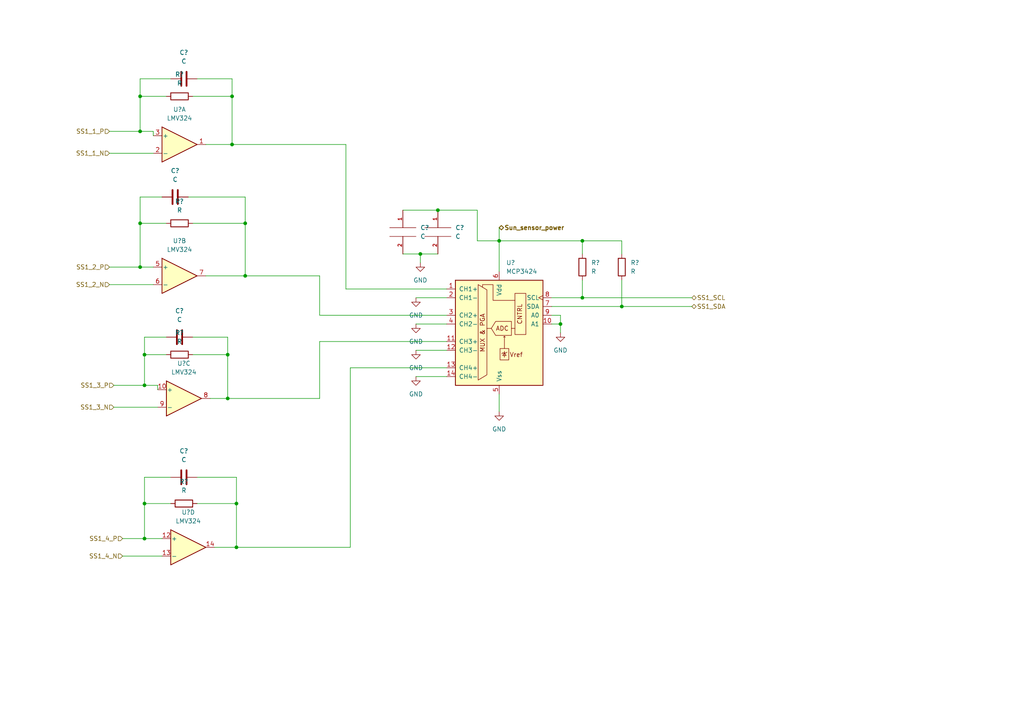
<source format=kicad_sch>
(kicad_sch (version 20211123) (generator eeschema)

  (uuid c536a770-1dde-4fa3-8a89-6d564a018217)

  (paper "A4")

  (lib_symbols
    (symbol "Amplifier_Operational:LMV324" (pin_names (offset 0.127)) (in_bom yes) (on_board yes)
      (property "Reference" "U" (id 0) (at 0 5.08 0)
        (effects (font (size 1.27 1.27)) (justify left))
      )
      (property "Value" "LMV324" (id 1) (at 0 -5.08 0)
        (effects (font (size 1.27 1.27)) (justify left))
      )
      (property "Footprint" "" (id 2) (at -1.27 2.54 0)
        (effects (font (size 1.27 1.27)) hide)
      )
      (property "Datasheet" "http://www.ti.com/lit/ds/symlink/lmv324.pdf" (id 3) (at 1.27 5.08 0)
        (effects (font (size 1.27 1.27)) hide)
      )
      (property "ki_locked" "" (id 4) (at 0 0 0)
        (effects (font (size 1.27 1.27)))
      )
      (property "ki_keywords" "quad opamp" (id 5) (at 0 0 0)
        (effects (font (size 1.27 1.27)) hide)
      )
      (property "ki_description" "Quad Low-Voltage Rail-to-Rail Output Operational Amplifier, SOIC-14/SSOP-14" (id 6) (at 0 0 0)
        (effects (font (size 1.27 1.27)) hide)
      )
      (property "ki_fp_filters" "SOIC*3.9x8.7mm*P1.27mm* DIP*W7.62mm* TSSOP*4.4x5mm*P0.65mm* SSOP*5.3x6.2mm*P0.65mm* MSOP*3x3mm*P0.5mm*" (id 7) (at 0 0 0)
        (effects (font (size 1.27 1.27)) hide)
      )
      (symbol "LMV324_1_1"
        (polyline
          (pts
            (xy -5.08 5.08)
            (xy 5.08 0)
            (xy -5.08 -5.08)
            (xy -5.08 5.08)
          )
          (stroke (width 0.254) (type default) (color 0 0 0 0))
          (fill (type background))
        )
        (pin output line (at 7.62 0 180) (length 2.54)
          (name "~" (effects (font (size 1.27 1.27))))
          (number "1" (effects (font (size 1.27 1.27))))
        )
        (pin input line (at -7.62 -2.54 0) (length 2.54)
          (name "-" (effects (font (size 1.27 1.27))))
          (number "2" (effects (font (size 1.27 1.27))))
        )
        (pin input line (at -7.62 2.54 0) (length 2.54)
          (name "+" (effects (font (size 1.27 1.27))))
          (number "3" (effects (font (size 1.27 1.27))))
        )
      )
      (symbol "LMV324_2_1"
        (polyline
          (pts
            (xy -5.08 5.08)
            (xy 5.08 0)
            (xy -5.08 -5.08)
            (xy -5.08 5.08)
          )
          (stroke (width 0.254) (type default) (color 0 0 0 0))
          (fill (type background))
        )
        (pin input line (at -7.62 2.54 0) (length 2.54)
          (name "+" (effects (font (size 1.27 1.27))))
          (number "5" (effects (font (size 1.27 1.27))))
        )
        (pin input line (at -7.62 -2.54 0) (length 2.54)
          (name "-" (effects (font (size 1.27 1.27))))
          (number "6" (effects (font (size 1.27 1.27))))
        )
        (pin output line (at 7.62 0 180) (length 2.54)
          (name "~" (effects (font (size 1.27 1.27))))
          (number "7" (effects (font (size 1.27 1.27))))
        )
      )
      (symbol "LMV324_3_1"
        (polyline
          (pts
            (xy -5.08 5.08)
            (xy 5.08 0)
            (xy -5.08 -5.08)
            (xy -5.08 5.08)
          )
          (stroke (width 0.254) (type default) (color 0 0 0 0))
          (fill (type background))
        )
        (pin input line (at -7.62 2.54 0) (length 2.54)
          (name "+" (effects (font (size 1.27 1.27))))
          (number "10" (effects (font (size 1.27 1.27))))
        )
        (pin output line (at 7.62 0 180) (length 2.54)
          (name "~" (effects (font (size 1.27 1.27))))
          (number "8" (effects (font (size 1.27 1.27))))
        )
        (pin input line (at -7.62 -2.54 0) (length 2.54)
          (name "-" (effects (font (size 1.27 1.27))))
          (number "9" (effects (font (size 1.27 1.27))))
        )
      )
      (symbol "LMV324_4_1"
        (polyline
          (pts
            (xy -5.08 5.08)
            (xy 5.08 0)
            (xy -5.08 -5.08)
            (xy -5.08 5.08)
          )
          (stroke (width 0.254) (type default) (color 0 0 0 0))
          (fill (type background))
        )
        (pin input line (at -7.62 2.54 0) (length 2.54)
          (name "+" (effects (font (size 1.27 1.27))))
          (number "12" (effects (font (size 1.27 1.27))))
        )
        (pin input line (at -7.62 -2.54 0) (length 2.54)
          (name "-" (effects (font (size 1.27 1.27))))
          (number "13" (effects (font (size 1.27 1.27))))
        )
        (pin output line (at 7.62 0 180) (length 2.54)
          (name "~" (effects (font (size 1.27 1.27))))
          (number "14" (effects (font (size 1.27 1.27))))
        )
      )
      (symbol "LMV324_5_1"
        (pin power_in line (at -2.54 -7.62 90) (length 3.81)
          (name "V-" (effects (font (size 1.27 1.27))))
          (number "11" (effects (font (size 1.27 1.27))))
        )
        (pin power_in line (at -2.54 7.62 270) (length 3.81)
          (name "V+" (effects (font (size 1.27 1.27))))
          (number "4" (effects (font (size 1.27 1.27))))
        )
      )
    )
    (symbol "Analog_ADC:MCP3424" (pin_names (offset 1.016)) (in_bom yes) (on_board yes)
      (property "Reference" "U" (id 0) (at -2.54 11.43 0)
        (effects (font (size 1.27 1.27)) (justify right))
      )
      (property "Value" "MCP3424" (id 1) (at -2.54 8.89 0)
        (effects (font (size 1.27 1.27)) (justify right))
      )
      (property "Footprint" "" (id 2) (at 22.86 -7.62 0)
        (effects (font (size 1.27 1.27)) hide)
      )
      (property "Datasheet" "http://ww1.microchip.com/downloads/en/DeviceDoc/22088c.pdf" (id 3) (at 22.86 -7.62 0)
        (effects (font (size 1.27 1.27)) hide)
      )
      (property "ki_keywords" "18-Bit ADC I2C IIC I²C Delta-Sigma-ADC Delta-Sigma-ADC Reference 4ch" (id 4) (at 0 0 0)
        (effects (font (size 1.27 1.27)) hide)
      )
      (property "ki_description" "4-Channel, 18-Bit, Delta-Sigma AD-Converter, I²C Interface, Reference" (id 5) (at 0 0 0)
        (effects (font (size 1.27 1.27)) hide)
      )
      (property "ki_fp_filters" "SOIC*3.9x8.7mm*P1.27mm* TSSOP*4.4x5mm*P0.65mm*" (id 6) (at 0 0 0)
        (effects (font (size 1.27 1.27)) hide)
      )
      (symbol "MCP3424_0_0"
        (polyline
          (pts
            (xy -6.096 6.35)
            (xy -3.556 4.826)
            (xy -3.556 -19.812)
            (xy -6.096 -21.336)
            (xy -6.096 6.35)
          )
          (stroke (width 0) (type default) (color 0 0 0 0))
          (fill (type none))
        )
        (polyline
          (pts
            (xy 4.572 1.778)
            (xy -1.778 1.778)
            (xy -1.778 6.35)
            (xy -4.826 6.35)
            (xy -4.826 5.588)
          )
          (stroke (width 0) (type default) (color 0 0 0 0))
          (fill (type none))
        )
        (polyline
          (pts
            (xy 3.556 -4.318)
            (xy 3.556 -8.382)
            (xy -1.016 -8.382)
            (xy -2.286 -6.35)
            (xy -1.016 -4.318)
            (xy 3.556 -4.318)
          )
          (stroke (width 0) (type default) (color 0 0 0 0))
          (fill (type none))
        )
        (text "ADC" (at 0.889 -6.35 0)
          (effects (font (size 1.27 1.27)))
        )
        (text "CNTRL" (at 6.731 -5.207 900)
          (effects (font (size 1.27 1.27)) (justify left bottom))
        )
        (text "MUX & PGA" (at -4.826 -7.62 900)
          (effects (font (size 1.27 1.27)))
        )
        (text "Vref" (at 4.953 -13.97 0)
          (effects (font (size 1.27 1.27)))
        )
      )
      (symbol "MCP3424_0_1"
        (polyline
          (pts
            (xy -3.556 -6.35)
            (xy -2.286 -6.35)
          )
          (stroke (width 0) (type default) (color 0 0 0 0))
          (fill (type none))
        )
        (polyline
          (pts
            (xy 1.016 -13.462)
            (xy 0.762 -13.716)
          )
          (stroke (width 0) (type default) (color 0 0 0 0))
          (fill (type none))
        )
        (polyline
          (pts
            (xy 1.524 -12.954)
            (xy 1.524 -14.732)
          )
          (stroke (width 0) (type default) (color 0 0 0 0))
          (fill (type none))
        )
        (polyline
          (pts
            (xy 1.524 -8.636)
            (xy 1.778 -8.89)
          )
          (stroke (width 0) (type default) (color 0 0 0 0))
          (fill (type none))
        )
        (polyline
          (pts
            (xy 3.556 -6.35)
            (xy 4.572 -6.35)
          )
          (stroke (width 0) (type default) (color 0 0 0 0))
          (fill (type none))
        )
        (polyline
          (pts
            (xy 1.016 -13.462)
            (xy 2.032 -13.462)
            (xy 2.286 -13.208)
          )
          (stroke (width 0) (type default) (color 0 0 0 0))
          (fill (type none))
        )
        (polyline
          (pts
            (xy 1.524 -12.192)
            (xy 1.524 -8.636)
            (xy 1.27 -8.89)
          )
          (stroke (width 0) (type default) (color 0 0 0 0))
          (fill (type none))
        )
        (polyline
          (pts
            (xy 1.524 -13.462)
            (xy 1.016 -14.224)
            (xy 2.032 -14.224)
            (xy 1.524 -13.462)
          )
          (stroke (width 0) (type default) (color 0 0 0 0))
          (fill (type none))
        )
        (rectangle (start 0.254 -12.192) (end 2.794 -15.494)
          (stroke (width 0) (type default) (color 0 0 0 0))
          (fill (type none))
        )
        (rectangle (start 4.572 -8.128) (end 7.747 3.81)
          (stroke (width 0) (type default) (color 0 0 0 0))
          (fill (type none))
        )
        (rectangle (start 12.7 7.62) (end -12.7 -22.86)
          (stroke (width 0.254) (type default) (color 0 0 0 0))
          (fill (type background))
        )
      )
      (symbol "MCP3424_1_1"
        (pin input line (at -15.24 5.08 0) (length 2.54)
          (name "CH1+" (effects (font (size 1.27 1.27))))
          (number "1" (effects (font (size 1.27 1.27))))
        )
        (pin input line (at 15.24 -5.08 180) (length 2.54)
          (name "A1" (effects (font (size 1.27 1.27))))
          (number "10" (effects (font (size 1.27 1.27))))
        )
        (pin input line (at -15.24 -10.16 0) (length 2.54)
          (name "CH3+" (effects (font (size 1.27 1.27))))
          (number "11" (effects (font (size 1.27 1.27))))
        )
        (pin input line (at -15.24 -12.7 0) (length 2.54)
          (name "CH3-" (effects (font (size 1.27 1.27))))
          (number "12" (effects (font (size 1.27 1.27))))
        )
        (pin input line (at -15.24 -17.78 0) (length 2.54)
          (name "CH4+" (effects (font (size 1.27 1.27))))
          (number "13" (effects (font (size 1.27 1.27))))
        )
        (pin input line (at -15.24 -20.32 0) (length 2.54)
          (name "CH4-" (effects (font (size 1.27 1.27))))
          (number "14" (effects (font (size 1.27 1.27))))
        )
        (pin input line (at -15.24 2.54 0) (length 2.54)
          (name "CH1-" (effects (font (size 1.27 1.27))))
          (number "2" (effects (font (size 1.27 1.27))))
        )
        (pin input line (at -15.24 -2.54 0) (length 2.54)
          (name "CH2+" (effects (font (size 1.27 1.27))))
          (number "3" (effects (font (size 1.27 1.27))))
        )
        (pin input line (at -15.24 -5.08 0) (length 2.54)
          (name "CH2-" (effects (font (size 1.27 1.27))))
          (number "4" (effects (font (size 1.27 1.27))))
        )
        (pin power_in line (at 0 -25.4 90) (length 2.54)
          (name "Vss" (effects (font (size 1.27 1.27))))
          (number "5" (effects (font (size 1.27 1.27))))
        )
        (pin power_in line (at 0 10.16 270) (length 2.54)
          (name "Vdd" (effects (font (size 1.27 1.27))))
          (number "6" (effects (font (size 1.27 1.27))))
        )
        (pin bidirectional line (at 15.24 0 180) (length 2.54)
          (name "SDA" (effects (font (size 1.27 1.27))))
          (number "7" (effects (font (size 1.27 1.27))))
        )
        (pin input clock (at 15.24 2.54 180) (length 2.54)
          (name "SCL" (effects (font (size 1.27 1.27))))
          (number "8" (effects (font (size 1.27 1.27))))
        )
        (pin input line (at 15.24 -2.54 180) (length 2.54)
          (name "A0" (effects (font (size 1.27 1.27))))
          (number "9" (effects (font (size 1.27 1.27))))
        )
      )
    )
    (symbol "Device:C" (pin_numbers hide) (pin_names (offset 0.254)) (in_bom yes) (on_board yes)
      (property "Reference" "C" (id 0) (at 0.635 2.54 0)
        (effects (font (size 1.27 1.27)) (justify left))
      )
      (property "Value" "C" (id 1) (at 0.635 -2.54 0)
        (effects (font (size 1.27 1.27)) (justify left))
      )
      (property "Footprint" "" (id 2) (at 0.9652 -3.81 0)
        (effects (font (size 1.27 1.27)) hide)
      )
      (property "Datasheet" "~" (id 3) (at 0 0 0)
        (effects (font (size 1.27 1.27)) hide)
      )
      (property "ki_keywords" "cap capacitor" (id 4) (at 0 0 0)
        (effects (font (size 1.27 1.27)) hide)
      )
      (property "ki_description" "Unpolarized capacitor" (id 5) (at 0 0 0)
        (effects (font (size 1.27 1.27)) hide)
      )
      (property "ki_fp_filters" "C_*" (id 6) (at 0 0 0)
        (effects (font (size 1.27 1.27)) hide)
      )
      (symbol "C_0_1"
        (polyline
          (pts
            (xy -2.032 -0.762)
            (xy 2.032 -0.762)
          )
          (stroke (width 0.508) (type default) (color 0 0 0 0))
          (fill (type none))
        )
        (polyline
          (pts
            (xy -2.032 0.762)
            (xy 2.032 0.762)
          )
          (stroke (width 0.508) (type default) (color 0 0 0 0))
          (fill (type none))
        )
      )
      (symbol "C_1_1"
        (pin passive line (at 0 3.81 270) (length 2.794)
          (name "~" (effects (font (size 1.27 1.27))))
          (number "1" (effects (font (size 1.27 1.27))))
        )
        (pin passive line (at 0 -3.81 90) (length 2.794)
          (name "~" (effects (font (size 1.27 1.27))))
          (number "2" (effects (font (size 1.27 1.27))))
        )
      )
    )
    (symbol "Device:R" (pin_numbers hide) (pin_names (offset 0)) (in_bom yes) (on_board yes)
      (property "Reference" "R" (id 0) (at 2.032 0 90)
        (effects (font (size 1.27 1.27)))
      )
      (property "Value" "R" (id 1) (at 0 0 90)
        (effects (font (size 1.27 1.27)))
      )
      (property "Footprint" "" (id 2) (at -1.778 0 90)
        (effects (font (size 1.27 1.27)) hide)
      )
      (property "Datasheet" "~" (id 3) (at 0 0 0)
        (effects (font (size 1.27 1.27)) hide)
      )
      (property "ki_keywords" "R res resistor" (id 4) (at 0 0 0)
        (effects (font (size 1.27 1.27)) hide)
      )
      (property "ki_description" "Resistor" (id 5) (at 0 0 0)
        (effects (font (size 1.27 1.27)) hide)
      )
      (property "ki_fp_filters" "R_*" (id 6) (at 0 0 0)
        (effects (font (size 1.27 1.27)) hide)
      )
      (symbol "R_0_1"
        (rectangle (start -1.016 -2.54) (end 1.016 2.54)
          (stroke (width 0.254) (type default) (color 0 0 0 0))
          (fill (type none))
        )
      )
      (symbol "R_1_1"
        (pin passive line (at 0 3.81 270) (length 1.27)
          (name "~" (effects (font (size 1.27 1.27))))
          (number "1" (effects (font (size 1.27 1.27))))
        )
        (pin passive line (at 0 -3.81 90) (length 1.27)
          (name "~" (effects (font (size 1.27 1.27))))
          (number "2" (effects (font (size 1.27 1.27))))
        )
      )
    )
    (symbol "power:GND" (power) (pin_names (offset 0)) (in_bom yes) (on_board yes)
      (property "Reference" "#PWR" (id 0) (at 0 -6.35 0)
        (effects (font (size 1.27 1.27)) hide)
      )
      (property "Value" "GND" (id 1) (at 0 -3.81 0)
        (effects (font (size 1.27 1.27)))
      )
      (property "Footprint" "" (id 2) (at 0 0 0)
        (effects (font (size 1.27 1.27)) hide)
      )
      (property "Datasheet" "" (id 3) (at 0 0 0)
        (effects (font (size 1.27 1.27)) hide)
      )
      (property "ki_keywords" "global power" (id 4) (at 0 0 0)
        (effects (font (size 1.27 1.27)) hide)
      )
      (property "ki_description" "Power symbol creates a global label with name \"GND\" , ground" (id 5) (at 0 0 0)
        (effects (font (size 1.27 1.27)) hide)
      )
      (symbol "GND_0_1"
        (polyline
          (pts
            (xy 0 0)
            (xy 0 -1.27)
            (xy 1.27 -1.27)
            (xy 0 -2.54)
            (xy -1.27 -1.27)
            (xy 0 -1.27)
          )
          (stroke (width 0) (type default) (color 0 0 0 0))
          (fill (type none))
        )
      )
      (symbol "GND_1_1"
        (pin power_in line (at 0 0 270) (length 0) hide
          (name "GND" (effects (font (size 1.27 1.27))))
          (number "1" (effects (font (size 1.27 1.27))))
        )
      )
    )
    (symbol "pspice:C" (pin_names (offset 0.254)) (in_bom yes) (on_board yes)
      (property "Reference" "C" (id 0) (at 2.54 3.81 90)
        (effects (font (size 1.27 1.27)))
      )
      (property "Value" "C" (id 1) (at 2.54 -3.81 90)
        (effects (font (size 1.27 1.27)))
      )
      (property "Footprint" "" (id 2) (at 0 0 0)
        (effects (font (size 1.27 1.27)) hide)
      )
      (property "Datasheet" "~" (id 3) (at 0 0 0)
        (effects (font (size 1.27 1.27)) hide)
      )
      (property "ki_keywords" "simulation" (id 4) (at 0 0 0)
        (effects (font (size 1.27 1.27)) hide)
      )
      (property "ki_description" "Capacitor symbol for simulation only" (id 5) (at 0 0 0)
        (effects (font (size 1.27 1.27)) hide)
      )
      (symbol "C_0_1"
        (polyline
          (pts
            (xy -3.81 -1.27)
            (xy 3.81 -1.27)
          )
          (stroke (width 0) (type default) (color 0 0 0 0))
          (fill (type none))
        )
        (polyline
          (pts
            (xy -3.81 1.27)
            (xy 3.81 1.27)
          )
          (stroke (width 0) (type default) (color 0 0 0 0))
          (fill (type none))
        )
      )
      (symbol "C_1_1"
        (pin passive line (at 0 6.35 270) (length 5.08)
          (name "~" (effects (font (size 1.016 1.016))))
          (number "1" (effects (font (size 1.016 1.016))))
        )
        (pin passive line (at 0 -6.35 90) (length 5.08)
          (name "~" (effects (font (size 1.016 1.016))))
          (number "2" (effects (font (size 1.016 1.016))))
        )
      )
    )
  )

  (junction (at 41.91 111.76) (diameter 0) (color 0 0 0 0)
    (uuid 00db6c96-af5b-4664-9823-2998ef35fa22)
  )
  (junction (at 127 60.96) (diameter 0) (color 0 0 0 0)
    (uuid 03cfdf6d-c88d-4182-b4f4-c82975f4e3cd)
  )
  (junction (at 40.64 38.1) (diameter 0) (color 0 0 0 0)
    (uuid 07c2651e-5d1b-4674-b28e-0d583482a91f)
  )
  (junction (at 168.91 69.85) (diameter 0) (color 0 0 0 0)
    (uuid 0e19c9fc-5c76-4316-a991-069bbd424515)
  )
  (junction (at 67.31 27.94) (diameter 0) (color 0 0 0 0)
    (uuid 1302e892-afa0-41ef-b97d-d19de3916554)
  )
  (junction (at 40.64 64.77) (diameter 0) (color 0 0 0 0)
    (uuid 16051d4a-2a0f-4108-9eba-99b2fd7ae35c)
  )
  (junction (at 41.91 156.21) (diameter 0) (color 0 0 0 0)
    (uuid 26c6ca14-4b22-47d5-b71a-26e8886425ed)
  )
  (junction (at 68.58 146.05) (diameter 0) (color 0 0 0 0)
    (uuid 2ad640ef-01dd-4133-a38c-698f019ff38a)
  )
  (junction (at 71.12 64.77) (diameter 0) (color 0 0 0 0)
    (uuid 3a09673e-871a-43e3-977d-6f098f44bfd3)
  )
  (junction (at 180.34 88.9) (diameter 0) (color 0 0 0 0)
    (uuid 53399f9a-18ee-4d7b-bc93-25391efd6b64)
  )
  (junction (at 40.64 77.47) (diameter 0) (color 0 0 0 0)
    (uuid 542c91c0-2dac-485d-b7a7-be52ac89d395)
  )
  (junction (at 162.56 93.98) (diameter 0) (color 0 0 0 0)
    (uuid 5a18a7e7-3550-46cf-aeed-1242a56cad5b)
  )
  (junction (at 168.91 86.36) (diameter 0) (color 0 0 0 0)
    (uuid 5cd9a1b7-b92b-4a53-8dd5-90db2dbc17df)
  )
  (junction (at 68.58 158.75) (diameter 0) (color 0 0 0 0)
    (uuid 6102856a-e38d-4dd8-9d92-17e2ae60d31d)
  )
  (junction (at 41.91 146.05) (diameter 0) (color 0 0 0 0)
    (uuid 6b8992ed-37f9-42ff-bfbd-2ef7c34087f9)
  )
  (junction (at 66.04 102.87) (diameter 0) (color 0 0 0 0)
    (uuid 77b2c2af-1549-4a1f-be7e-0ed30ef0afbd)
  )
  (junction (at 40.64 27.94) (diameter 0) (color 0 0 0 0)
    (uuid 81d1fc2c-91f4-4be3-9acc-82b1012a3bb6)
  )
  (junction (at 67.31 41.91) (diameter 0) (color 0 0 0 0)
    (uuid 9a357176-7538-487a-a906-223e9cf88f99)
  )
  (junction (at 121.92 73.66) (diameter 0) (color 0 0 0 0)
    (uuid b176cfd0-6c36-4585-872c-0247d8a7794e)
  )
  (junction (at 41.91 102.87) (diameter 0) (color 0 0 0 0)
    (uuid b50cd4fc-2fa3-4029-a3d0-7f473b4742d8)
  )
  (junction (at 144.78 69.85) (diameter 0) (color 0 0 0 0)
    (uuid b5fe8b63-72b5-416f-b1ae-500835db6167)
  )
  (junction (at 71.12 80.01) (diameter 0) (color 0 0 0 0)
    (uuid eeaf14c1-3291-407d-a94f-2db15afa2ea4)
  )
  (junction (at 66.04 115.57) (diameter 0) (color 0 0 0 0)
    (uuid fbd1316e-fdca-4cb9-918e-00d397ee255c)
  )

  (wire (pts (xy 57.15 138.43) (xy 68.58 138.43))
    (stroke (width 0) (type default) (color 0 0 0 0))
    (uuid 01e07bd0-a34a-427f-9dc3-60ec3319b222)
  )
  (wire (pts (xy 162.56 93.98) (xy 162.56 96.52))
    (stroke (width 0) (type default) (color 0 0 0 0))
    (uuid 03807f45-7ad2-4040-b53c-4ce58796cd3d)
  )
  (wire (pts (xy 162.56 91.44) (xy 162.56 93.98))
    (stroke (width 0) (type default) (color 0 0 0 0))
    (uuid 045de1b6-7ae5-4bd9-9c76-803c645be6a2)
  )
  (wire (pts (xy 120.65 101.6) (xy 129.54 101.6))
    (stroke (width 0) (type default) (color 0 0 0 0))
    (uuid 0485c4dc-b9cc-42fd-8576-a6a807d12d16)
  )
  (wire (pts (xy 180.34 73.66) (xy 180.34 69.85))
    (stroke (width 0) (type default) (color 0 0 0 0))
    (uuid 094f0ee6-8ed6-40ff-98da-05772e1a7156)
  )
  (wire (pts (xy 40.64 22.86) (xy 40.64 27.94))
    (stroke (width 0) (type default) (color 0 0 0 0))
    (uuid 0b50f6ce-033f-4051-b404-c29ab8fa048f)
  )
  (wire (pts (xy 180.34 88.9) (xy 180.34 81.28))
    (stroke (width 0) (type default) (color 0 0 0 0))
    (uuid 109e46b8-a780-4977-874e-3fe8a8c012ae)
  )
  (wire (pts (xy 55.88 97.79) (xy 66.04 97.79))
    (stroke (width 0) (type default) (color 0 0 0 0))
    (uuid 1511a7ca-6888-4573-81ad-4bd191c6388b)
  )
  (wire (pts (xy 59.69 80.01) (xy 71.12 80.01))
    (stroke (width 0) (type default) (color 0 0 0 0))
    (uuid 1575e422-b360-499e-8309-dc387e52965f)
  )
  (wire (pts (xy 48.26 102.87) (xy 41.91 102.87))
    (stroke (width 0) (type default) (color 0 0 0 0))
    (uuid 1be1a282-2d17-4f42-b336-9d33195daed3)
  )
  (wire (pts (xy 41.91 111.76) (xy 45.72 111.76))
    (stroke (width 0) (type default) (color 0 0 0 0))
    (uuid 1e6af95d-3103-4e51-acaf-27a287336ae1)
  )
  (wire (pts (xy 55.88 102.87) (xy 66.04 102.87))
    (stroke (width 0) (type default) (color 0 0 0 0))
    (uuid 1e6e83ea-a4dd-4b4e-bc74-7c16897e9703)
  )
  (wire (pts (xy 45.72 111.76) (xy 45.72 113.03))
    (stroke (width 0) (type default) (color 0 0 0 0))
    (uuid 1f1a1f93-9941-4fbe-a589-d77644d2b71a)
  )
  (wire (pts (xy 41.91 156.21) (xy 46.99 156.21))
    (stroke (width 0) (type default) (color 0 0 0 0))
    (uuid 1fb5b05c-c447-4467-9622-bd296d04e155)
  )
  (wire (pts (xy 35.56 156.21) (xy 41.91 156.21))
    (stroke (width 0) (type default) (color 0 0 0 0))
    (uuid 20ae4ccb-0ae4-4ba2-8862-b258d7f08b90)
  )
  (wire (pts (xy 41.91 97.79) (xy 41.91 102.87))
    (stroke (width 0) (type default) (color 0 0 0 0))
    (uuid 22e22b60-80ee-4b95-95ca-b2682872fef7)
  )
  (wire (pts (xy 40.64 38.1) (xy 44.45 38.1))
    (stroke (width 0) (type default) (color 0 0 0 0))
    (uuid 23117887-7c2a-4df0-934e-d0f7d698b8f7)
  )
  (wire (pts (xy 144.78 69.85) (xy 144.78 78.74))
    (stroke (width 0) (type default) (color 0 0 0 0))
    (uuid 25773703-8e3e-48ae-ab5b-fce0d167fa73)
  )
  (wire (pts (xy 55.88 27.94) (xy 67.31 27.94))
    (stroke (width 0) (type default) (color 0 0 0 0))
    (uuid 26def2ea-9e92-4345-86a0-9a6d3d061610)
  )
  (wire (pts (xy 67.31 41.91) (xy 100.33 41.91))
    (stroke (width 0) (type default) (color 0 0 0 0))
    (uuid 2c7d48be-c667-47c9-808d-93a1af202d48)
  )
  (wire (pts (xy 57.15 22.86) (xy 67.31 22.86))
    (stroke (width 0) (type default) (color 0 0 0 0))
    (uuid 2c92161c-365b-4bc0-b38b-3f0b5fd4f479)
  )
  (wire (pts (xy 67.31 27.94) (xy 67.31 41.91))
    (stroke (width 0) (type default) (color 0 0 0 0))
    (uuid 3391ab7f-ce43-4809-baf9-7f7a84c6d888)
  )
  (wire (pts (xy 116.84 60.96) (xy 127 60.96))
    (stroke (width 0) (type default) (color 0 0 0 0))
    (uuid 34adc12f-7cda-4e6d-b951-78c4ff2956fd)
  )
  (wire (pts (xy 40.64 64.77) (xy 40.64 77.47))
    (stroke (width 0) (type default) (color 0 0 0 0))
    (uuid 351c6da7-7c4a-456a-8e43-99e5718d67ff)
  )
  (wire (pts (xy 33.02 118.11) (xy 45.72 118.11))
    (stroke (width 0) (type default) (color 0 0 0 0))
    (uuid 37aab301-0584-46ce-a51f-fba73365923b)
  )
  (wire (pts (xy 160.02 93.98) (xy 162.56 93.98))
    (stroke (width 0) (type default) (color 0 0 0 0))
    (uuid 4172d360-4572-41fe-ba7b-c486ec578c2e)
  )
  (wire (pts (xy 138.43 60.96) (xy 127 60.96))
    (stroke (width 0) (type default) (color 0 0 0 0))
    (uuid 43793153-d399-4b61-b335-267f4bfe4a30)
  )
  (wire (pts (xy 101.6 106.68) (xy 129.54 106.68))
    (stroke (width 0) (type default) (color 0 0 0 0))
    (uuid 4f218c5e-a571-41e5-a835-b50d1764abc7)
  )
  (wire (pts (xy 48.26 97.79) (xy 41.91 97.79))
    (stroke (width 0) (type default) (color 0 0 0 0))
    (uuid 55438d9f-fb85-488b-8fb6-5bbf9c88ff1a)
  )
  (wire (pts (xy 31.75 38.1) (xy 40.64 38.1))
    (stroke (width 0) (type default) (color 0 0 0 0))
    (uuid 578c635d-7580-4391-81b8-79635aa341dd)
  )
  (wire (pts (xy 120.65 109.22) (xy 129.54 109.22))
    (stroke (width 0) (type default) (color 0 0 0 0))
    (uuid 5a4b59f7-80d7-43ca-b184-19544b22b964)
  )
  (wire (pts (xy 160.02 88.9) (xy 180.34 88.9))
    (stroke (width 0) (type default) (color 0 0 0 0))
    (uuid 64c2fc9e-2fd9-40c0-a63d-70494e1b50c9)
  )
  (wire (pts (xy 116.84 73.66) (xy 121.92 73.66))
    (stroke (width 0) (type default) (color 0 0 0 0))
    (uuid 655ea48c-c64d-4ee9-8fee-52156c378ea4)
  )
  (wire (pts (xy 41.91 138.43) (xy 41.91 146.05))
    (stroke (width 0) (type default) (color 0 0 0 0))
    (uuid 66762514-3d4e-4adf-af0b-002c53218e91)
  )
  (wire (pts (xy 144.78 66.04) (xy 144.78 69.85))
    (stroke (width 0) (type default) (color 0 0 0 0))
    (uuid 669c5ad5-d1cd-4552-8dd7-5a8c3151754a)
  )
  (wire (pts (xy 180.34 69.85) (xy 168.91 69.85))
    (stroke (width 0) (type default) (color 0 0 0 0))
    (uuid 6a7a0978-a33a-4c96-9ede-cc77e774c01b)
  )
  (wire (pts (xy 31.75 77.47) (xy 40.64 77.47))
    (stroke (width 0) (type default) (color 0 0 0 0))
    (uuid 6f11d2aa-ca19-4be7-b337-5b218e379172)
  )
  (wire (pts (xy 121.92 73.66) (xy 127 73.66))
    (stroke (width 0) (type default) (color 0 0 0 0))
    (uuid 6f32cab0-1481-4773-8f8e-0af9bea5018d)
  )
  (wire (pts (xy 49.53 146.05) (xy 41.91 146.05))
    (stroke (width 0) (type default) (color 0 0 0 0))
    (uuid 724d5fc0-331c-46f5-89d4-2e1955ec3eb1)
  )
  (wire (pts (xy 49.53 138.43) (xy 41.91 138.43))
    (stroke (width 0) (type default) (color 0 0 0 0))
    (uuid 73594591-8d6e-40d2-9236-a4a4a4796cc8)
  )
  (wire (pts (xy 66.04 97.79) (xy 66.04 102.87))
    (stroke (width 0) (type default) (color 0 0 0 0))
    (uuid 75194696-4f79-4e77-8123-b4ef47448a4d)
  )
  (wire (pts (xy 60.96 115.57) (xy 66.04 115.57))
    (stroke (width 0) (type default) (color 0 0 0 0))
    (uuid 7654af55-0ac5-48d6-84e2-6f977b6b25a1)
  )
  (wire (pts (xy 31.75 44.45) (xy 44.45 44.45))
    (stroke (width 0) (type default) (color 0 0 0 0))
    (uuid 7987bae8-4a6e-4689-a6fc-76aad6a49389)
  )
  (wire (pts (xy 31.75 82.55) (xy 44.45 82.55))
    (stroke (width 0) (type default) (color 0 0 0 0))
    (uuid 79def4cc-560e-4a43-9ce9-bca6271903d7)
  )
  (wire (pts (xy 68.58 146.05) (xy 68.58 158.75))
    (stroke (width 0) (type default) (color 0 0 0 0))
    (uuid 7bf54284-2b61-44c0-9769-2fe9bf35dad5)
  )
  (wire (pts (xy 160.02 91.44) (xy 162.56 91.44))
    (stroke (width 0) (type default) (color 0 0 0 0))
    (uuid 7ea27ab7-7213-4258-a6a7-17d94b9b4232)
  )
  (wire (pts (xy 68.58 138.43) (xy 68.58 146.05))
    (stroke (width 0) (type default) (color 0 0 0 0))
    (uuid 85603aaf-b933-4320-aca8-cb15e6b0286f)
  )
  (wire (pts (xy 71.12 64.77) (xy 71.12 80.01))
    (stroke (width 0) (type default) (color 0 0 0 0))
    (uuid 88ccf1a4-308d-495e-a3da-00da04452c74)
  )
  (wire (pts (xy 92.71 91.44) (xy 129.54 91.44))
    (stroke (width 0) (type default) (color 0 0 0 0))
    (uuid 8a66bf27-93b2-49bb-8603-4ad5702d343a)
  )
  (wire (pts (xy 168.91 86.36) (xy 168.91 81.28))
    (stroke (width 0) (type default) (color 0 0 0 0))
    (uuid 8be870b7-2f92-462e-b2ad-b93c5bf696db)
  )
  (wire (pts (xy 144.78 69.85) (xy 138.43 69.85))
    (stroke (width 0) (type default) (color 0 0 0 0))
    (uuid 8d592466-b010-4470-9258-ab51e0645393)
  )
  (wire (pts (xy 48.26 27.94) (xy 40.64 27.94))
    (stroke (width 0) (type default) (color 0 0 0 0))
    (uuid 8fdb9c17-e708-4f77-b4ea-1e814e1c64f6)
  )
  (wire (pts (xy 54.61 57.15) (xy 71.12 57.15))
    (stroke (width 0) (type default) (color 0 0 0 0))
    (uuid 9054a2de-df70-4d80-b52c-9c0ec4fa67a1)
  )
  (wire (pts (xy 180.34 88.9) (xy 200.66 88.9))
    (stroke (width 0) (type default) (color 0 0 0 0))
    (uuid 9274c545-2116-4169-a9d3-96e0557006be)
  )
  (wire (pts (xy 67.31 22.86) (xy 67.31 27.94))
    (stroke (width 0) (type default) (color 0 0 0 0))
    (uuid 954cbe2d-2089-402b-9e3d-a92f21167b61)
  )
  (wire (pts (xy 121.92 73.66) (xy 121.92 76.2))
    (stroke (width 0) (type default) (color 0 0 0 0))
    (uuid 9ca263e2-eb7b-4d01-ac4e-0b586632b97e)
  )
  (wire (pts (xy 33.02 111.76) (xy 41.91 111.76))
    (stroke (width 0) (type default) (color 0 0 0 0))
    (uuid a0df806b-988f-48cd-bdc6-c81636dc7555)
  )
  (wire (pts (xy 144.78 114.3) (xy 144.78 119.38))
    (stroke (width 0) (type default) (color 0 0 0 0))
    (uuid a9fb3b8b-5e0e-4866-97a3-1e50496dafd9)
  )
  (wire (pts (xy 40.64 27.94) (xy 40.64 38.1))
    (stroke (width 0) (type default) (color 0 0 0 0))
    (uuid aa65b1af-ee0d-43e4-9cb9-0e12c9209f11)
  )
  (wire (pts (xy 49.53 22.86) (xy 40.64 22.86))
    (stroke (width 0) (type default) (color 0 0 0 0))
    (uuid ab35fec2-2694-422e-8c93-ef9428dab603)
  )
  (wire (pts (xy 101.6 158.75) (xy 101.6 106.68))
    (stroke (width 0) (type default) (color 0 0 0 0))
    (uuid aef5b16f-5c94-417b-908a-80d542571c36)
  )
  (wire (pts (xy 35.56 161.29) (xy 46.99 161.29))
    (stroke (width 0) (type default) (color 0 0 0 0))
    (uuid af41e966-9923-4410-9202-9950defb3947)
  )
  (wire (pts (xy 92.71 115.57) (xy 92.71 99.06))
    (stroke (width 0) (type default) (color 0 0 0 0))
    (uuid b1465f0c-1f5c-490f-8430-553f4dbcffb9)
  )
  (wire (pts (xy 48.26 64.77) (xy 40.64 64.77))
    (stroke (width 0) (type default) (color 0 0 0 0))
    (uuid ba439de0-061b-4b7a-99f2-e5c9ffa4a342)
  )
  (wire (pts (xy 59.69 41.91) (xy 67.31 41.91))
    (stroke (width 0) (type default) (color 0 0 0 0))
    (uuid bb03b658-60cd-4d9e-a268-f2e64640ae20)
  )
  (wire (pts (xy 40.64 77.47) (xy 44.45 77.47))
    (stroke (width 0) (type default) (color 0 0 0 0))
    (uuid bb4d7ec0-0d77-423e-b9a4-fcb96b4f6458)
  )
  (wire (pts (xy 92.71 80.01) (xy 92.71 91.44))
    (stroke (width 0) (type default) (color 0 0 0 0))
    (uuid be761fe0-15c6-4530-8c3b-af6550415c63)
  )
  (wire (pts (xy 160.02 86.36) (xy 168.91 86.36))
    (stroke (width 0) (type default) (color 0 0 0 0))
    (uuid c3512a81-126e-4054-9fb3-fb58a4ef1cc0)
  )
  (wire (pts (xy 41.91 146.05) (xy 41.91 156.21))
    (stroke (width 0) (type default) (color 0 0 0 0))
    (uuid c3da6720-6015-4443-91cd-1a4e8728f3cb)
  )
  (wire (pts (xy 168.91 73.66) (xy 168.91 69.85))
    (stroke (width 0) (type default) (color 0 0 0 0))
    (uuid c494f106-531c-400e-a5c3-01cc970b8ec1)
  )
  (wire (pts (xy 120.65 86.36) (xy 129.54 86.36))
    (stroke (width 0) (type default) (color 0 0 0 0))
    (uuid c648a796-6adf-4102-b5fc-715309026703)
  )
  (wire (pts (xy 41.91 102.87) (xy 41.91 111.76))
    (stroke (width 0) (type default) (color 0 0 0 0))
    (uuid ca57bfa5-94b2-4a31-b1ed-6c66675ffc3a)
  )
  (wire (pts (xy 66.04 102.87) (xy 66.04 115.57))
    (stroke (width 0) (type default) (color 0 0 0 0))
    (uuid cb544a83-d8a0-46d8-b604-1937a76c2f64)
  )
  (wire (pts (xy 71.12 57.15) (xy 71.12 64.77))
    (stroke (width 0) (type default) (color 0 0 0 0))
    (uuid d2a0d5c2-5a6b-4252-b2d1-375b337298f0)
  )
  (wire (pts (xy 57.15 146.05) (xy 68.58 146.05))
    (stroke (width 0) (type default) (color 0 0 0 0))
    (uuid d3afa40d-28df-4849-8b50-aa374943e167)
  )
  (wire (pts (xy 62.23 158.75) (xy 68.58 158.75))
    (stroke (width 0) (type default) (color 0 0 0 0))
    (uuid d3cd7b36-22de-48a6-8d0c-1c6b686725e1)
  )
  (wire (pts (xy 168.91 86.36) (xy 200.66 86.36))
    (stroke (width 0) (type default) (color 0 0 0 0))
    (uuid d5f41400-4034-4042-9639-d75b2074f890)
  )
  (wire (pts (xy 44.45 38.1) (xy 44.45 39.37))
    (stroke (width 0) (type default) (color 0 0 0 0))
    (uuid d61a92c9-93ee-4ad1-84f9-4d0f49c7c555)
  )
  (wire (pts (xy 120.65 93.98) (xy 129.54 93.98))
    (stroke (width 0) (type default) (color 0 0 0 0))
    (uuid d80787d1-1c51-4ee2-96b7-90708a786dce)
  )
  (wire (pts (xy 71.12 80.01) (xy 92.71 80.01))
    (stroke (width 0) (type default) (color 0 0 0 0))
    (uuid d85251d9-7d20-458c-ab96-d61409ca5978)
  )
  (wire (pts (xy 138.43 69.85) (xy 138.43 60.96))
    (stroke (width 0) (type default) (color 0 0 0 0))
    (uuid dd11909e-85de-460a-adf5-e6804949b9cc)
  )
  (wire (pts (xy 168.91 69.85) (xy 144.78 69.85))
    (stroke (width 0) (type default) (color 0 0 0 0))
    (uuid dd334dbb-f5b5-43e3-980e-9d4b2deb1f96)
  )
  (wire (pts (xy 100.33 83.82) (xy 129.54 83.82))
    (stroke (width 0) (type default) (color 0 0 0 0))
    (uuid dd59c9e8-11e5-4e22-b2aa-c34a4eb93c30)
  )
  (wire (pts (xy 68.58 158.75) (xy 101.6 158.75))
    (stroke (width 0) (type default) (color 0 0 0 0))
    (uuid e670220b-2ef4-42e9-84f8-075b4fe477a9)
  )
  (wire (pts (xy 100.33 41.91) (xy 100.33 83.82))
    (stroke (width 0) (type default) (color 0 0 0 0))
    (uuid e8be947c-5480-4603-a470-99d7177d0d47)
  )
  (wire (pts (xy 92.71 99.06) (xy 129.54 99.06))
    (stroke (width 0) (type default) (color 0 0 0 0))
    (uuid eb50525d-2651-434d-9d8e-3775f0b1d31e)
  )
  (wire (pts (xy 66.04 115.57) (xy 92.71 115.57))
    (stroke (width 0) (type default) (color 0 0 0 0))
    (uuid eb8ca2c2-e3f6-4c43-9d48-a59353c503e0)
  )
  (wire (pts (xy 55.88 64.77) (xy 71.12 64.77))
    (stroke (width 0) (type default) (color 0 0 0 0))
    (uuid f028f739-26cd-4233-82d0-2d5d40efd0dc)
  )
  (wire (pts (xy 46.99 57.15) (xy 40.64 57.15))
    (stroke (width 0) (type default) (color 0 0 0 0))
    (uuid fc02655a-777e-4730-8345-cc73328d1bc8)
  )
  (wire (pts (xy 40.64 57.15) (xy 40.64 64.77))
    (stroke (width 0) (type default) (color 0 0 0 0))
    (uuid fec46558-ea3b-42ba-bf21-71d5dd6170b3)
  )

  (hierarchical_label "SS1_2_P" (shape input) (at 31.75 77.47 180)
    (effects (font (size 1.27 1.27)) (justify right))
    (uuid 1e2ab7cd-7680-48e0-b206-39bb3dc246eb)
  )
  (hierarchical_label "SS1_3_P" (shape input) (at 33.02 111.76 180)
    (effects (font (size 1.27 1.27)) (justify right))
    (uuid 31991a8f-be42-4b7f-8b0a-8e65d06fd415)
  )
  (hierarchical_label "SS1_1_N" (shape input) (at 31.75 44.45 180)
    (effects (font (size 1.27 1.27)) (justify right))
    (uuid 3386e984-c481-44cb-a606-36c079380a4f)
  )
  (hierarchical_label "SS1_SDA" (shape bidirectional) (at 200.66 88.9 0)
    (effects (font (size 1.27 1.27)) (justify left))
    (uuid 7c4e3dfb-2338-4c9a-ac89-18d20fc69ae6)
  )
  (hierarchical_label "SS1_3_N" (shape input) (at 33.02 118.11 180)
    (effects (font (size 1.27 1.27)) (justify right))
    (uuid 9b95163c-a6de-4408-9b05-cb553a257609)
  )
  (hierarchical_label "SS1_SCL" (shape bidirectional) (at 200.66 86.36 0)
    (effects (font (size 1.27 1.27)) (justify left))
    (uuid a05f1da4-eb38-4c2e-8b73-9bb9a4b7df50)
  )
  (hierarchical_label "Sun_sensor_power" (shape bidirectional) (at 144.78 66.04 0)
    (effects (font (size 1.27 1.27) (thickness 0.254) bold) (justify left))
    (uuid b23154e6-3cea-4d54-a803-820edd7c8c7f)
  )
  (hierarchical_label "SS1_4_P" (shape input) (at 35.56 156.21 180)
    (effects (font (size 1.27 1.27)) (justify right))
    (uuid cba5b815-6fdc-4763-9456-0658c79048a2)
  )
  (hierarchical_label "SS1_1_P" (shape input) (at 31.75 38.1 180)
    (effects (font (size 1.27 1.27)) (justify right))
    (uuid d5ba38e1-e2ce-4693-8f94-d82ec6ef6f96)
  )
  (hierarchical_label "SS1_2_N" (shape input) (at 31.75 82.55 180)
    (effects (font (size 1.27 1.27)) (justify right))
    (uuid e1981a90-a5ba-4f3c-9608-803572d04a25)
  )
  (hierarchical_label "SS1_4_N" (shape input) (at 35.56 161.29 180)
    (effects (font (size 1.27 1.27)) (justify right))
    (uuid f025e341-68ea-45be-837d-3ac46a002d14)
  )

  (symbol (lib_id "Amplifier_Operational:LMV324") (at 53.34 115.57 0) (unit 3)
    (in_bom yes) (on_board yes) (fields_autoplaced)
    (uuid 02c3318c-caed-422b-b868-d9dab05e5385)
    (property "Reference" "U?" (id 0) (at 53.34 105.41 0))
    (property "Value" "LMV324" (id 1) (at 53.34 107.95 0))
    (property "Footprint" "" (id 2) (at 52.07 113.03 0)
      (effects (font (size 1.27 1.27)) hide)
    )
    (property "Datasheet" "http://www.ti.com/lit/ds/symlink/lmv324.pdf" (id 3) (at 54.61 110.49 0)
      (effects (font (size 1.27 1.27)) hide)
    )
    (pin "1" (uuid 01b7a888-5d74-412d-b14e-fc509e37acd7))
    (pin "2" (uuid 96369faa-a410-4d37-8d7c-468fe66359bd))
    (pin "3" (uuid f32e76a5-aac6-43b2-b151-e788361097bd))
    (pin "5" (uuid efa64889-4227-4f82-bedd-7f75820dc214))
    (pin "6" (uuid 59f7f16a-f811-4fea-bc12-74585d054dc5))
    (pin "7" (uuid 0a0a13bb-4750-4e54-a97f-47dbe471bfe4))
    (pin "10" (uuid c3ce02d5-a4cc-427e-bd94-08a8f55e0d4b))
    (pin "8" (uuid a4aa5ae2-2b60-44f5-ac31-2a9a45d360c5))
    (pin "9" (uuid 8b4d0d04-a33b-4aaa-8abf-46be23ea6d2f))
    (pin "12" (uuid 61532fde-1cbc-43e1-9678-182196a5e8f8))
    (pin "13" (uuid 55d926fa-fc85-4b00-9c9a-a6b50d215bb5))
    (pin "14" (uuid 5f50d8a8-bec8-4267-8b74-41bcd9dd2b63))
    (pin "11" (uuid 62680ee9-6ff2-4a0e-8bdf-d7310780fdc3))
    (pin "4" (uuid 1dcbf29d-1405-4285-99cd-fb1de22ebecd))
  )

  (symbol (lib_id "Device:R") (at 53.34 146.05 90) (unit 1)
    (in_bom yes) (on_board yes) (fields_autoplaced)
    (uuid 09866be3-b771-4e06-9f80-24e6351d801f)
    (property "Reference" "R?" (id 0) (at 53.34 139.7 90))
    (property "Value" "R" (id 1) (at 53.34 142.24 90))
    (property "Footprint" "" (id 2) (at 53.34 147.828 90)
      (effects (font (size 1.27 1.27)) hide)
    )
    (property "Datasheet" "~" (id 3) (at 53.34 146.05 0)
      (effects (font (size 1.27 1.27)) hide)
    )
    (pin "1" (uuid 09e66826-e6bd-41b7-8e4d-de5219885e24))
    (pin "2" (uuid 7bb32a87-f60c-4ef3-ad75-e5c4ad022798))
  )

  (symbol (lib_id "Device:C") (at 50.8 57.15 90) (unit 1)
    (in_bom yes) (on_board yes) (fields_autoplaced)
    (uuid 0bd8179e-d3a7-450b-9680-10bc20333f19)
    (property "Reference" "C?" (id 0) (at 50.8 49.53 90))
    (property "Value" "C" (id 1) (at 50.8 52.07 90))
    (property "Footprint" "" (id 2) (at 54.61 56.1848 0)
      (effects (font (size 1.27 1.27)) hide)
    )
    (property "Datasheet" "~" (id 3) (at 50.8 57.15 0)
      (effects (font (size 1.27 1.27)) hide)
    )
    (pin "1" (uuid 1797fd94-3fe7-452a-8513-c0505763f04a))
    (pin "2" (uuid 0d1e9d05-c8a6-4cad-b11e-1b60ff255978))
  )

  (symbol (lib_id "Device:C") (at 53.34 22.86 90) (unit 1)
    (in_bom yes) (on_board yes) (fields_autoplaced)
    (uuid 18d1f5e2-b412-4ef6-bb51-9d265237dd96)
    (property "Reference" "C?" (id 0) (at 53.34 15.24 90))
    (property "Value" "C" (id 1) (at 53.34 17.78 90))
    (property "Footprint" "" (id 2) (at 57.15 21.8948 0)
      (effects (font (size 1.27 1.27)) hide)
    )
    (property "Datasheet" "~" (id 3) (at 53.34 22.86 0)
      (effects (font (size 1.27 1.27)) hide)
    )
    (pin "1" (uuid 298a2627-c79c-4845-8b81-c3135070a242))
    (pin "2" (uuid 1867a061-ebce-4cbe-bfd8-7006aa804ebb))
  )

  (symbol (lib_id "Amplifier_Operational:LMV324") (at 52.07 41.91 0) (unit 1)
    (in_bom yes) (on_board yes) (fields_autoplaced)
    (uuid 2aa5f8b1-61ea-48f2-bdd6-6ba7c337158e)
    (property "Reference" "U?" (id 0) (at 52.07 31.75 0))
    (property "Value" "LMV324" (id 1) (at 52.07 34.29 0))
    (property "Footprint" "" (id 2) (at 50.8 39.37 0)
      (effects (font (size 1.27 1.27)) hide)
    )
    (property "Datasheet" "http://www.ti.com/lit/ds/symlink/lmv324.pdf" (id 3) (at 53.34 36.83 0)
      (effects (font (size 1.27 1.27)) hide)
    )
    (pin "1" (uuid c19882bc-5c06-418f-bc19-2bcc3ce374c2))
    (pin "2" (uuid 205cf1b1-482b-450e-8711-badfda1c86c1))
    (pin "3" (uuid 9bd62ab1-7516-4366-a7ff-1fdef1061c6a))
    (pin "5" (uuid 1abe8fc5-8a91-4a1c-92c0-f7519182960e))
    (pin "6" (uuid a7f6c99e-d862-4373-ae4c-3950ea01b606))
    (pin "7" (uuid 22e48854-1115-4d9d-90d6-ca66d3f06d8a))
    (pin "10" (uuid b375af49-398a-4a75-8483-77d32997f4d0))
    (pin "8" (uuid d787d273-8ae4-4c4c-92c2-c79e7cf25050))
    (pin "9" (uuid 2e354e5a-d34d-46be-bb99-7e7f73af254a))
    (pin "12" (uuid 2a252acd-2330-4458-92e4-a4d3f264ac81))
    (pin "13" (uuid 6307b6e6-4110-4ef0-8ea8-b22ec9b6744c))
    (pin "14" (uuid 268d5d1c-0e78-42d6-8d80-aae72c609cfa))
    (pin "11" (uuid a9f54a5f-315f-4a0b-90a1-cc6483fada3d))
    (pin "4" (uuid 7e6b3a59-eb99-420b-89aa-287b24f0d38d))
  )

  (symbol (lib_id "power:GND") (at 162.56 96.52 0) (unit 1)
    (in_bom yes) (on_board yes) (fields_autoplaced)
    (uuid 3be5167e-6dab-4a08-be26-edfe4b50f487)
    (property "Reference" "#PWR?" (id 0) (at 162.56 102.87 0)
      (effects (font (size 1.27 1.27)) hide)
    )
    (property "Value" "GND" (id 1) (at 162.56 101.6 0))
    (property "Footprint" "" (id 2) (at 162.56 96.52 0)
      (effects (font (size 1.27 1.27)) hide)
    )
    (property "Datasheet" "" (id 3) (at 162.56 96.52 0)
      (effects (font (size 1.27 1.27)) hide)
    )
    (pin "1" (uuid bd2528d2-b34b-4d54-b777-8a3a7d972aea))
  )

  (symbol (lib_id "Amplifier_Operational:LMV324") (at 54.61 158.75 0) (unit 4)
    (in_bom yes) (on_board yes) (fields_autoplaced)
    (uuid 47717394-4508-4ae4-ad1a-24b7d0086e80)
    (property "Reference" "U?" (id 0) (at 54.61 148.59 0))
    (property "Value" "LMV324" (id 1) (at 54.61 151.13 0))
    (property "Footprint" "" (id 2) (at 53.34 156.21 0)
      (effects (font (size 1.27 1.27)) hide)
    )
    (property "Datasheet" "http://www.ti.com/lit/ds/symlink/lmv324.pdf" (id 3) (at 55.88 153.67 0)
      (effects (font (size 1.27 1.27)) hide)
    )
    (pin "1" (uuid 8c334449-1f78-4414-9b39-a32fc17fef24))
    (pin "2" (uuid 85e5d20f-8df6-48f4-95f1-f9fb9928b50b))
    (pin "3" (uuid fad53c1c-8800-4172-8cc4-fa1071d385ea))
    (pin "5" (uuid 6ca7417a-add7-4a5a-abaf-3da512678c15))
    (pin "6" (uuid 36e47ef2-0254-4136-bf65-e8d8ea52e22d))
    (pin "7" (uuid 90baa98a-e4b4-47a5-945f-986f47c39c60))
    (pin "10" (uuid 6d39d861-647a-46c1-837d-129e40bde485))
    (pin "8" (uuid a60f31e9-ac42-49c9-b88e-ba8552b52740))
    (pin "9" (uuid 90dc396a-7f8c-409f-bb77-472d0c7cb929))
    (pin "12" (uuid 6f0eda7c-ffc0-41c1-9a5e-6f8126df834d))
    (pin "13" (uuid 30cc137b-5c76-42bf-b552-2b7060d8da92))
    (pin "14" (uuid 189c9630-c589-41ff-83d0-4439aece2d93))
    (pin "11" (uuid cc9525c0-2f93-41f8-a849-16ee83db01b6))
    (pin "4" (uuid 372ff85d-286c-45c9-b5bc-58cb28fc5b2e))
  )

  (symbol (lib_id "power:GND") (at 144.78 119.38 0) (unit 1)
    (in_bom yes) (on_board yes) (fields_autoplaced)
    (uuid 4af48a23-0b56-4487-93bd-18c3639cc82e)
    (property "Reference" "#PWR?" (id 0) (at 144.78 125.73 0)
      (effects (font (size 1.27 1.27)) hide)
    )
    (property "Value" "GND" (id 1) (at 144.78 124.46 0))
    (property "Footprint" "" (id 2) (at 144.78 119.38 0)
      (effects (font (size 1.27 1.27)) hide)
    )
    (property "Datasheet" "" (id 3) (at 144.78 119.38 0)
      (effects (font (size 1.27 1.27)) hide)
    )
    (pin "1" (uuid 1079848d-583f-4636-8e9e-70c250bfaddb))
  )

  (symbol (lib_id "Amplifier_Operational:LMV324") (at 52.07 80.01 0) (unit 2)
    (in_bom yes) (on_board yes) (fields_autoplaced)
    (uuid 4bfeb0fb-33db-4b21-b495-ce17db26a772)
    (property "Reference" "U?" (id 0) (at 52.07 69.85 0))
    (property "Value" "LMV324" (id 1) (at 52.07 72.39 0))
    (property "Footprint" "" (id 2) (at 50.8 77.47 0)
      (effects (font (size 1.27 1.27)) hide)
    )
    (property "Datasheet" "http://www.ti.com/lit/ds/symlink/lmv324.pdf" (id 3) (at 53.34 74.93 0)
      (effects (font (size 1.27 1.27)) hide)
    )
    (pin "1" (uuid 8a99e834-ba7c-4a35-b606-2ccecc8c7df1))
    (pin "2" (uuid 8a2a3f0b-a77b-464b-a856-f7051f9a59b9))
    (pin "3" (uuid 375c0250-fac9-490b-a59e-55cbee3b6b13))
    (pin "5" (uuid 3e42fd4f-d287-45aa-8cce-e2fda4d0d574))
    (pin "6" (uuid 20bece5e-5acc-4a47-8065-44c01aa590b2))
    (pin "7" (uuid 102dffcc-de81-4fc2-abf5-c24a74fafc53))
    (pin "10" (uuid c00ef0cb-6ce1-49b4-a06a-4b6b3995396f))
    (pin "8" (uuid f2411247-e16a-4249-a3f7-3e53184b71d6))
    (pin "9" (uuid 3d69c3fc-1cf0-4b29-b540-371f159191f3))
    (pin "12" (uuid 8979c049-8316-46fa-9637-0e940253b935))
    (pin "13" (uuid 50f89a1f-9199-453c-9ccf-95320e99450b))
    (pin "14" (uuid 284b579e-2d1c-4c2e-8980-07ebc45b682b))
    (pin "11" (uuid ab554b52-f798-4b1f-b5cc-13c2cbed0f13))
    (pin "4" (uuid bb83625f-4fdc-4822-b74f-fff191ac1bf7))
  )

  (symbol (lib_id "power:GND") (at 120.65 93.98 0) (unit 1)
    (in_bom yes) (on_board yes) (fields_autoplaced)
    (uuid 6ccb7a6c-95ca-472f-8c08-9260783c14b9)
    (property "Reference" "#PWR?" (id 0) (at 120.65 100.33 0)
      (effects (font (size 1.27 1.27)) hide)
    )
    (property "Value" "GND" (id 1) (at 120.65 99.06 0))
    (property "Footprint" "" (id 2) (at 120.65 93.98 0)
      (effects (font (size 1.27 1.27)) hide)
    )
    (property "Datasheet" "" (id 3) (at 120.65 93.98 0)
      (effects (font (size 1.27 1.27)) hide)
    )
    (pin "1" (uuid c6cee0d4-18da-4b65-8fef-c3d6a8e6f255))
  )

  (symbol (lib_id "Device:R") (at 180.34 77.47 0) (unit 1)
    (in_bom yes) (on_board yes) (fields_autoplaced)
    (uuid 84f496ee-1f81-4679-b67c-5345ced46435)
    (property "Reference" "R?" (id 0) (at 182.88 76.1999 0)
      (effects (font (size 1.27 1.27)) (justify left))
    )
    (property "Value" "R" (id 1) (at 182.88 78.7399 0)
      (effects (font (size 1.27 1.27)) (justify left))
    )
    (property "Footprint" "" (id 2) (at 178.562 77.47 90)
      (effects (font (size 1.27 1.27)) hide)
    )
    (property "Datasheet" "~" (id 3) (at 180.34 77.47 0)
      (effects (font (size 1.27 1.27)) hide)
    )
    (pin "1" (uuid e728814f-4c43-47ea-aad9-34cd03921167))
    (pin "2" (uuid abe598fa-23a5-45a6-b7d4-d3f15b115778))
  )

  (symbol (lib_id "power:GND") (at 120.65 101.6 0) (unit 1)
    (in_bom yes) (on_board yes) (fields_autoplaced)
    (uuid 860f6194-8a87-4d50-bded-bc0daaa98d97)
    (property "Reference" "#PWR?" (id 0) (at 120.65 107.95 0)
      (effects (font (size 1.27 1.27)) hide)
    )
    (property "Value" "GND" (id 1) (at 120.65 106.68 0))
    (property "Footprint" "" (id 2) (at 120.65 101.6 0)
      (effects (font (size 1.27 1.27)) hide)
    )
    (property "Datasheet" "" (id 3) (at 120.65 101.6 0)
      (effects (font (size 1.27 1.27)) hide)
    )
    (pin "1" (uuid 374b5284-f13e-4e89-a523-eb8abedb8e41))
  )

  (symbol (lib_id "Device:R") (at 52.07 64.77 90) (unit 1)
    (in_bom yes) (on_board yes) (fields_autoplaced)
    (uuid 862d1fe4-2f69-4924-92e9-889d83d31817)
    (property "Reference" "R?" (id 0) (at 52.07 58.42 90))
    (property "Value" "R" (id 1) (at 52.07 60.96 90))
    (property "Footprint" "" (id 2) (at 52.07 66.548 90)
      (effects (font (size 1.27 1.27)) hide)
    )
    (property "Datasheet" "~" (id 3) (at 52.07 64.77 0)
      (effects (font (size 1.27 1.27)) hide)
    )
    (pin "1" (uuid b1aa1dcb-d249-4ae1-b52e-ef34f47f5e1c))
    (pin "2" (uuid 308491f5-49c4-4982-b5c9-7c0980e47ea8))
  )

  (symbol (lib_id "Device:C") (at 53.34 138.43 90) (unit 1)
    (in_bom yes) (on_board yes) (fields_autoplaced)
    (uuid 8cf4eaaf-e131-422b-a98c-4216f2d41fba)
    (property "Reference" "C?" (id 0) (at 53.34 130.81 90))
    (property "Value" "C" (id 1) (at 53.34 133.35 90))
    (property "Footprint" "" (id 2) (at 57.15 137.4648 0)
      (effects (font (size 1.27 1.27)) hide)
    )
    (property "Datasheet" "~" (id 3) (at 53.34 138.43 0)
      (effects (font (size 1.27 1.27)) hide)
    )
    (pin "1" (uuid 2a693819-c91d-4cc0-8fd6-b7ddc205d0b1))
    (pin "2" (uuid 756917fb-f58b-41ca-bb6e-de7c1ec71929))
  )

  (symbol (lib_id "power:GND") (at 120.65 86.36 0) (unit 1)
    (in_bom yes) (on_board yes) (fields_autoplaced)
    (uuid 8d7aea9b-4a1c-4f9a-a1d5-18e82bc95995)
    (property "Reference" "#PWR?" (id 0) (at 120.65 92.71 0)
      (effects (font (size 1.27 1.27)) hide)
    )
    (property "Value" "GND" (id 1) (at 120.65 91.44 0))
    (property "Footprint" "" (id 2) (at 120.65 86.36 0)
      (effects (font (size 1.27 1.27)) hide)
    )
    (property "Datasheet" "" (id 3) (at 120.65 86.36 0)
      (effects (font (size 1.27 1.27)) hide)
    )
    (pin "1" (uuid ddbcf89a-90dd-4616-ae62-c34cd635068d))
  )

  (symbol (lib_id "Analog_ADC:MCP3424") (at 144.78 88.9 0) (unit 1)
    (in_bom yes) (on_board yes) (fields_autoplaced)
    (uuid 9387aa50-b3cf-48e1-a7bf-76eefdf5a4a8)
    (property "Reference" "U?" (id 0) (at 146.7994 76.2 0)
      (effects (font (size 1.27 1.27)) (justify left))
    )
    (property "Value" "MCP3424" (id 1) (at 146.7994 78.74 0)
      (effects (font (size 1.27 1.27)) (justify left))
    )
    (property "Footprint" "" (id 2) (at 167.64 96.52 0)
      (effects (font (size 1.27 1.27)) hide)
    )
    (property "Datasheet" "http://ww1.microchip.com/downloads/en/DeviceDoc/22088c.pdf" (id 3) (at 167.64 96.52 0)
      (effects (font (size 1.27 1.27)) hide)
    )
    (pin "1" (uuid 9c5a227b-b9c3-499e-a675-6f885a0e073c))
    (pin "10" (uuid 732224f7-0896-4c3e-9f13-284d3a99dc24))
    (pin "11" (uuid e2ccb265-1f41-4d48-8320-2d2e72f4d83d))
    (pin "12" (uuid f094a416-0153-46a8-81df-3dc2711f1103))
    (pin "13" (uuid 004e7d94-d67b-4e89-8cb7-fc01bb6fd54e))
    (pin "14" (uuid 0cc6c13a-a50e-4414-86ae-fb2bd497e3fd))
    (pin "2" (uuid 0ea476f4-e2ee-4356-ace1-65048e1f7a06))
    (pin "3" (uuid 09b3da19-20f5-4bbd-b4d0-a085048a6c3b))
    (pin "4" (uuid 4390e7b8-9f6f-40d8-aecd-5627d007ef1e))
    (pin "5" (uuid b00f424e-4e3c-4186-8f41-5c2a9c72144d))
    (pin "6" (uuid a720c9f5-1c2b-43f2-8ec4-bb1a1c0d562a))
    (pin "7" (uuid d45b9fa3-a54a-4f76-ab90-afc840c81cca))
    (pin "8" (uuid 71de4509-6c51-41f7-a405-35b84671cbb9))
    (pin "9" (uuid e0fe900f-5769-4198-a14c-82f2c9fc09e8))
  )

  (symbol (lib_id "pspice:C") (at 127 67.31 0) (unit 1)
    (in_bom yes) (on_board yes) (fields_autoplaced)
    (uuid b9ea41fc-1135-4500-afb3-c5b44105559b)
    (property "Reference" "C?" (id 0) (at 132.08 66.0399 0)
      (effects (font (size 1.27 1.27)) (justify left))
    )
    (property "Value" "C" (id 1) (at 132.08 68.5799 0)
      (effects (font (size 1.27 1.27)) (justify left))
    )
    (property "Footprint" "" (id 2) (at 127 67.31 0)
      (effects (font (size 1.27 1.27)) hide)
    )
    (property "Datasheet" "~" (id 3) (at 127 67.31 0)
      (effects (font (size 1.27 1.27)) hide)
    )
    (pin "1" (uuid 8119b361-14f3-4222-9bb2-bae20ab41f2d))
    (pin "2" (uuid 3ba59a56-cf33-40b8-8bb2-3e8045de5abb))
  )

  (symbol (lib_id "Device:R") (at 168.91 77.47 0) (unit 1)
    (in_bom yes) (on_board yes) (fields_autoplaced)
    (uuid bacf0410-6cea-4fd0-ac4d-e0c958b117b8)
    (property "Reference" "R?" (id 0) (at 171.45 76.1999 0)
      (effects (font (size 1.27 1.27)) (justify left))
    )
    (property "Value" "R" (id 1) (at 171.45 78.7399 0)
      (effects (font (size 1.27 1.27)) (justify left))
    )
    (property "Footprint" "" (id 2) (at 167.132 77.47 90)
      (effects (font (size 1.27 1.27)) hide)
    )
    (property "Datasheet" "~" (id 3) (at 168.91 77.47 0)
      (effects (font (size 1.27 1.27)) hide)
    )
    (pin "1" (uuid abac6c08-5986-454e-83ad-ebfaf87078c6))
    (pin "2" (uuid 17205ced-e964-43f1-a20e-05598adc8f43))
  )

  (symbol (lib_id "power:GND") (at 120.65 109.22 0) (unit 1)
    (in_bom yes) (on_board yes) (fields_autoplaced)
    (uuid bb8f0cf8-0f15-4d94-9a56-9ea6c69bebaf)
    (property "Reference" "#PWR?" (id 0) (at 120.65 115.57 0)
      (effects (font (size 1.27 1.27)) hide)
    )
    (property "Value" "GND" (id 1) (at 120.65 114.3 0))
    (property "Footprint" "" (id 2) (at 120.65 109.22 0)
      (effects (font (size 1.27 1.27)) hide)
    )
    (property "Datasheet" "" (id 3) (at 120.65 109.22 0)
      (effects (font (size 1.27 1.27)) hide)
    )
    (pin "1" (uuid 0c9b5c5a-86de-4ab1-b4d5-e3a0026b6bff))
  )

  (symbol (lib_id "power:GND") (at 121.92 76.2 0) (unit 1)
    (in_bom yes) (on_board yes) (fields_autoplaced)
    (uuid c20646d2-cd19-4594-9433-f59ccc355e0f)
    (property "Reference" "#PWR?" (id 0) (at 121.92 82.55 0)
      (effects (font (size 1.27 1.27)) hide)
    )
    (property "Value" "GND" (id 1) (at 121.92 81.28 0))
    (property "Footprint" "" (id 2) (at 121.92 76.2 0)
      (effects (font (size 1.27 1.27)) hide)
    )
    (property "Datasheet" "" (id 3) (at 121.92 76.2 0)
      (effects (font (size 1.27 1.27)) hide)
    )
    (pin "1" (uuid 3b1d5692-e61c-4a44-9989-d57be2d2bec3))
  )

  (symbol (lib_id "pspice:C") (at 116.84 67.31 0) (unit 1)
    (in_bom yes) (on_board yes) (fields_autoplaced)
    (uuid c4d6e35f-f44d-4c82-99c9-fc4e04f822d4)
    (property "Reference" "C?" (id 0) (at 121.92 66.0399 0)
      (effects (font (size 1.27 1.27)) (justify left))
    )
    (property "Value" "C" (id 1) (at 121.92 68.5799 0)
      (effects (font (size 1.27 1.27)) (justify left))
    )
    (property "Footprint" "" (id 2) (at 116.84 67.31 0)
      (effects (font (size 1.27 1.27)) hide)
    )
    (property "Datasheet" "~" (id 3) (at 116.84 67.31 0)
      (effects (font (size 1.27 1.27)) hide)
    )
    (pin "1" (uuid c4aa2770-ca42-4eb2-b8a6-cfbc9065bb47))
    (pin "2" (uuid 01e89332-9cfe-4cb5-ad7a-73223af0cb23))
  )

  (symbol (lib_id "Device:R") (at 52.07 27.94 90) (unit 1)
    (in_bom yes) (on_board yes) (fields_autoplaced)
    (uuid c5c97dc9-7762-402e-8965-8672dc0be826)
    (property "Reference" "R?" (id 0) (at 52.07 21.59 90))
    (property "Value" "R" (id 1) (at 52.07 24.13 90))
    (property "Footprint" "" (id 2) (at 52.07 29.718 90)
      (effects (font (size 1.27 1.27)) hide)
    )
    (property "Datasheet" "~" (id 3) (at 52.07 27.94 0)
      (effects (font (size 1.27 1.27)) hide)
    )
    (pin "1" (uuid 15da8eb7-b7f0-4771-84b6-e88916192a52))
    (pin "2" (uuid 0b7a6ee7-d11e-4638-ace7-6857b1e1cca3))
  )

  (symbol (lib_id "Device:C") (at 52.07 97.79 90) (unit 1)
    (in_bom yes) (on_board yes) (fields_autoplaced)
    (uuid d857be71-5b2a-479f-b584-22f40e636274)
    (property "Reference" "C?" (id 0) (at 52.07 90.17 90))
    (property "Value" "C" (id 1) (at 52.07 92.71 90))
    (property "Footprint" "" (id 2) (at 55.88 96.8248 0)
      (effects (font (size 1.27 1.27)) hide)
    )
    (property "Datasheet" "~" (id 3) (at 52.07 97.79 0)
      (effects (font (size 1.27 1.27)) hide)
    )
    (pin "1" (uuid 1d778798-9872-4a6d-b76e-8167f6de4b71))
    (pin "2" (uuid f389fca2-6cfc-4919-8e03-9ac5dbac53e3))
  )

  (symbol (lib_id "Device:R") (at 52.07 102.87 90) (unit 1)
    (in_bom yes) (on_board yes) (fields_autoplaced)
    (uuid e9885177-feb6-4fbc-a072-fe5e5f1f0100)
    (property "Reference" "R?" (id 0) (at 52.07 96.52 90))
    (property "Value" "R" (id 1) (at 52.07 99.06 90))
    (property "Footprint" "" (id 2) (at 52.07 104.648 90)
      (effects (font (size 1.27 1.27)) hide)
    )
    (property "Datasheet" "~" (id 3) (at 52.07 102.87 0)
      (effects (font (size 1.27 1.27)) hide)
    )
    (pin "1" (uuid d9f54dac-45d9-4e93-b187-9667d3ee6de5))
    (pin "2" (uuid fd0c15cc-80ac-48d4-badd-71fe19981a35))
  )
)

</source>
